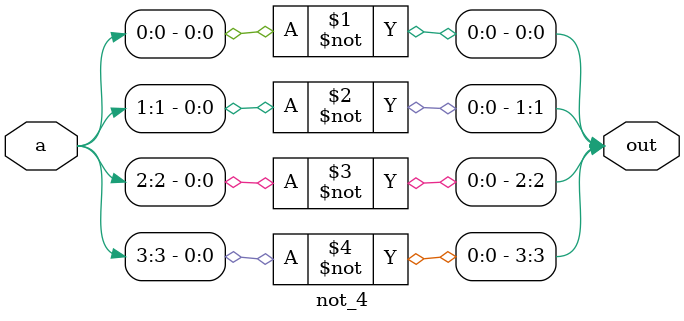
<source format=v>
`timescale 1ns / 1ps


module not_4(out ,a );
input [3:0] a;
output [3:0] out;
wire [3:0] out;
not b1(out[0] , a[0]);
not b2(out[1] , a[1]);
not b3(out[2] , a[2]);
not b4(out[3] , a[3]);
endmodule

</source>
